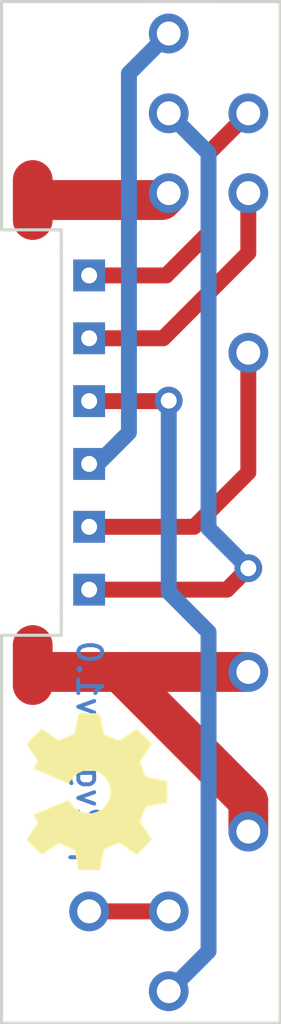
<source format=kicad_pcb>
(kicad_pcb (version 3) (host pcbnew "(22-Jun-2014 BZR 4027)-stable")

  (general
    (links 10)
    (no_connects 0)
    (area 201.146 123.901999 210.616001 156.514001)
    (thickness 1.6)
    (drawings 17)
    (tracks 39)
    (zones 0)
    (modules 4)
    (nets 10)
  )

  (page A3)
  (layers
    (15 F.Cu signal hide)
    (0 B.Cu signal)
    (16 B.Adhes user hide)
    (17 F.Adhes user hide)
    (18 B.Paste user hide)
    (19 F.Paste user hide)
    (20 B.SilkS user)
    (21 F.SilkS user)
    (22 B.Mask user)
    (23 F.Mask user)
    (24 Dwgs.User user)
    (25 Cmts.User user)
    (26 Eco1.User user)
    (27 Eco2.User user)
    (28 Edge.Cuts user)
  )

  (setup
    (last_trace_width 0.508)
    (user_trace_width 1.27)
    (trace_clearance 0.254)
    (zone_clearance 0.508)
    (zone_45_only no)
    (trace_min 0.254)
    (segment_width 0.2)
    (edge_width 0.1)
    (via_size 0.889)
    (via_drill 0.508)
    (via_min_size 0.889)
    (via_min_drill 0.508)
    (uvia_size 0.508)
    (uvia_drill 0.127)
    (uvias_allowed no)
    (uvia_min_size 0.508)
    (uvia_min_drill 0.127)
    (pcb_text_width 0.3)
    (pcb_text_size 1.5 1.5)
    (mod_edge_width 0.15)
    (mod_text_size 1 1)
    (mod_text_width 0.15)
    (pad_size 1.45796 1.4986)
    (pad_drill 0)
    (pad_to_mask_clearance 0)
    (aux_axis_origin 0 0)
    (visible_elements 7FFFEBF9)
    (pcbplotparams
      (layerselection 284196865)
      (usegerberextensions true)
      (excludeedgelayer true)
      (linewidth 0.150000)
      (plotframeref false)
      (viasonmask true)
      (mode 1)
      (useauxorigin false)
      (hpglpennumber 1)
      (hpglpenspeed 20)
      (hpglpendiameter 15)
      (hpglpenoverlay 2)
      (psnegative false)
      (psa4output false)
      (plotreference false)
      (plotvalue false)
      (plotothertext false)
      (plotinvisibletext false)
      (padsonsilk false)
      (subtractmaskfromsilk false)
      (outputformat 1)
      (mirror false)
      (drillshape 0)
      (scaleselection 1)
      (outputdirectory ""))
  )

  (net 0 "")
  (net 1 N-000001)
  (net 2 N-000002)
  (net 3 N-000003)
  (net 4 N-000004)
  (net 5 N-000005)
  (net 6 N-000006)
  (net 7 N-000007)
  (net 8 N-000008)
  (net 9 N-000009)

  (net_class Default "This is the default net class."
    (clearance 0.254)
    (trace_width 0.508)
    (via_dia 0.889)
    (via_drill 0.508)
    (uvia_dia 0.508)
    (uvia_drill 0.127)
    (add_net "")
    (add_net N-000001)
    (add_net N-000002)
    (add_net N-000003)
    (add_net N-000004)
    (add_net N-000005)
    (add_net N-000006)
    (add_net N-000007)
    (add_net N-000008)
    (add_net N-000009)
  )

  (module ESP-12-F (layer F.Cu) (tedit 5729BCC5) (tstamp 57296AC0)
    (at 204.47 137.668)
    (path /576B3A1E)
    (fp_text reference "" (at -1.27 3.81 90) (layer F.SilkS)
      (effects (font (size 1 1) (thickness 0.15)))
    )
    (fp_text value "" (at -1.27 -1.27 90) (layer F.SilkS)
      (effects (font (size 1 1) (thickness 0.15)))
    )
    (pad 12 thru_hole rect (at 0 1) (size 1.016 1.016) (drill 0.508)
      (layers *.Cu *.Mask)
      (net 6 N-000006)
    )
    (pad 11 thru_hole rect (at 0 -1) (size 1.016 1.016) (drill 0.508)
      (layers *.Cu *.Mask)
      (net 2 N-000002)
    )
    (pad 13 thru_hole rect (at 0 3) (size 1.016 1.016) (drill 0.508)
      (layers *.Cu *.Mask)
      (net 7 N-000007)
    )
    (pad 10 thru_hole rect (at 0 -3) (size 1.016 1.016) (drill 0.508)
      (layers *.Cu *.Mask)
      (net 4 N-000004)
    )
    (pad 14 thru_hole rect (at 0 5) (size 1.016 1.016) (drill 0.508)
      (layers *.Cu *.Mask)
      (net 5 N-000005)
    )
    (pad 9 thru_hole rect (at 0 -5) (size 1.016 1.016) (drill 0.508)
      (layers *.Cu *.Mask)
      (net 3 N-000003)
    )
    (pad 8 smd oval (at -1.8 -7.4) (size 1.27 2.54)
      (layers F.Cu F.Paste F.Mask)
      (net 9 N-000009)
    )
    (pad 15 smd oval (at -1.8 7.4) (size 1.27 2.54)
      (layers F.Cu F.Paste F.Mask)
      (net 8 N-000008)
    )
  )

  (module TP (layer F.Cu) (tedit 5729BCEC) (tstamp 57297154)
    (at 204.47 152.908)
    (path /576B39A7)
    (fp_text reference "" (at 0 -2.54) (layer F.SilkS)
      (effects (font (size 1 1) (thickness 0.15)))
    )
    (fp_text value "" (at 0 2.54) (layer F.SilkS)
      (effects (font (size 1 1) (thickness 0.15)))
    )
    (pad 1 thru_hole circle (at 0 0) (size 1.27 1.27) (drill 0.762)
      (layers *.Cu *.Mask)
      (net 1 N-000001)
    )
  )

  (module pi-gpio (layer F.Cu) (tedit 5729BCD8) (tstamp 5729662F)
    (at 207.01 130.048)
    (path /576B392F)
    (fp_text reference "" (at 0 16.51 90) (layer F.SilkS)
      (effects (font (size 1 1) (thickness 0.15)))
    )
    (fp_text value "" (at 0 11.43 90) (layer F.SilkS)
      (effects (font (size 1 1) (thickness 0.15)))
    )
    (pad 18 thru_hole circle (at 2.54 0) (size 1.27 1.27) (drill 0.762)
      (layers *.Cu *.Mask)
      (net 4 N-000004)
    )
    (pad 16 thru_hole circle (at 2.54 -2.54) (size 1.27 1.27) (drill 0.762)
      (layers *.Cu *.Mask)
      (net 3 N-000003)
    )
    (pad 15 thru_hole circle (at 0 -2.54) (size 1.27 1.27) (drill 0.762)
      (layers *.Cu *.Mask)
      (net 5 N-000005)
    )
    (pad 17 thru_hole circle (at 0 0) (size 1.27 1.27) (drill 0.762)
      (layers *.Cu *.Mask)
      (net 9 N-000009)
    )
    (pad 13 thru_hole circle (at 0 -5.08) (size 1.27 1.27) (drill 0.762)
      (layers *.Cu *.Mask)
      (net 6 N-000006)
    )
    (pad 22 thru_hole circle (at 2.54 5.08) (size 1.27 1.27) (drill 0.762)
      (layers *.Cu *.Mask)
      (net 7 N-000007)
    )
    (pad 37 thru_hole circle (at 0 25.4) (size 1.27 1.27) (drill 0.762)
      (layers *.Cu *.Mask)
      (net 2 N-000002)
    )
    (pad 34 thru_hole circle (at 2.54 20.32) (size 1.27 1.27) (drill 0.762)
      (layers *.Cu *.Mask)
      (net 8 N-000008)
    )
    (pad 30 thru_hole circle (at 2.54 15.24) (size 1.27 1.27) (drill 0.762)
      (layers *.Cu *.Mask)
      (net 8 N-000008)
    )
    (pad 35 thru_hole circle (at 0 22.86) (size 1.27 1.27) (drill 0.762)
      (layers *.Cu *.Mask)
      (net 1 N-000001)
    )
  )

  (module OSH-5mm_silkscreen-front_5mm (layer F.Cu) (tedit 5729BD0B) (tstamp 572AEF77)
    (at 204.724 149.098 270)
    (fp_text reference "" (at 0 2.65176 270) (layer F.SilkS) hide
      (effects (font (size 0.22606 0.22606) (thickness 0.04318)))
    )
    (fp_text value "" (at 0 -2.65176 270) (layer F.SilkS) hide
      (effects (font (size 0.22606 0.22606) (thickness 0.04318)))
    )
    (fp_poly (pts (xy -1.51384 2.24536) (xy -1.48844 2.23012) (xy -1.43002 2.19456) (xy -1.3462 2.13868)
      (xy -1.24714 2.07264) (xy -1.14808 2.0066) (xy -1.0668 1.95326) (xy -1.01092 1.91516)
      (xy -0.98552 1.90246) (xy -0.97282 1.90754) (xy -0.9271 1.9304) (xy -0.85852 1.96596)
      (xy -0.81788 1.98628) (xy -0.75692 2.01168) (xy -0.7239 2.0193) (xy -0.71882 2.00914)
      (xy -0.69596 1.96088) (xy -0.6604 1.8796) (xy -0.61468 1.77038) (xy -0.5588 1.64338)
      (xy -0.50292 1.50876) (xy -0.4445 1.36906) (xy -0.38862 1.23444) (xy -0.34036 1.11506)
      (xy -0.29972 1.01854) (xy -0.27432 0.94996) (xy -0.26416 0.92202) (xy -0.2667 0.9144)
      (xy -0.29972 0.88392) (xy -0.35306 0.84328) (xy -0.47244 0.74676) (xy -0.58928 0.60198)
      (xy -0.6604 0.43688) (xy -0.68326 0.25146) (xy -0.66294 0.08128) (xy -0.5969 -0.08128)
      (xy -0.4826 -0.2286) (xy -0.3429 -0.33782) (xy -0.18034 -0.4064) (xy 0 -0.42926)
      (xy 0.17272 -0.40894) (xy 0.34036 -0.3429) (xy 0.48768 -0.23114) (xy 0.55118 -0.16002)
      (xy 0.63754 -0.01016) (xy 0.6858 0.14732) (xy 0.69088 0.18796) (xy 0.68326 0.36322)
      (xy 0.63246 0.5334) (xy 0.53848 0.68326) (xy 0.40894 0.80772) (xy 0.3937 0.81788)
      (xy 0.33528 0.8636) (xy 0.29464 0.89408) (xy 0.26416 0.91948) (xy 0.48768 1.45796)
      (xy 0.52324 1.54178) (xy 0.5842 1.6891) (xy 0.63754 1.8161) (xy 0.68072 1.9177)
      (xy 0.7112 1.98374) (xy 0.7239 2.01168) (xy 0.7239 2.01422) (xy 0.74422 2.01676)
      (xy 0.78486 2.00152) (xy 0.86106 1.96596) (xy 0.90932 1.94056) (xy 0.96774 1.91262)
      (xy 0.99314 1.90246) (xy 1.016 1.91516) (xy 1.06934 1.95072) (xy 1.15062 2.00406)
      (xy 1.24714 2.06756) (xy 1.33858 2.13106) (xy 1.4224 2.18694) (xy 1.48336 2.22504)
      (xy 1.51384 2.24282) (xy 1.51892 2.24282) (xy 1.54432 2.22758) (xy 1.59258 2.18694)
      (xy 1.66624 2.11836) (xy 1.77038 2.01422) (xy 1.78562 1.99898) (xy 1.87198 1.91262)
      (xy 1.94056 1.83896) (xy 1.98628 1.78816) (xy 2.00406 1.7653) (xy 2.00406 1.7653)
      (xy 1.98882 1.73482) (xy 1.95072 1.67386) (xy 1.89484 1.5875) (xy 1.82626 1.48844)
      (xy 1.64846 1.22936) (xy 1.74498 0.98552) (xy 1.77546 0.90932) (xy 1.81356 0.82042)
      (xy 1.8415 0.75438) (xy 1.85674 0.72644) (xy 1.88214 0.71628) (xy 1.95072 0.70104)
      (xy 2.04724 0.68072) (xy 2.16154 0.6604) (xy 2.2733 0.64008) (xy 2.37236 0.61976)
      (xy 2.44348 0.60706) (xy 2.4765 0.59944) (xy 2.48412 0.59436) (xy 2.49174 0.57912)
      (xy 2.49428 0.5461) (xy 2.49682 0.48514) (xy 2.49936 0.39116) (xy 2.49936 0.25146)
      (xy 2.49936 0.23622) (xy 2.49682 0.10668) (xy 2.49428 0) (xy 2.49174 -0.06604)
      (xy 2.48666 -0.09398) (xy 2.48666 -0.09398) (xy 2.45618 -0.1016) (xy 2.38506 -0.11684)
      (xy 2.286 -0.13462) (xy 2.16662 -0.15748) (xy 2.159 -0.16002) (xy 2.04216 -0.18288)
      (xy 1.9431 -0.2032) (xy 1.87198 -0.21844) (xy 1.84404 -0.2286) (xy 1.83642 -0.23622)
      (xy 1.81356 -0.28194) (xy 1.78054 -0.3556) (xy 1.7399 -0.4445) (xy 1.7018 -0.53848)
      (xy 1.66878 -0.6223) (xy 1.64592 -0.68326) (xy 1.6383 -0.7112) (xy 1.64084 -0.71374)
      (xy 1.65862 -0.74168) (xy 1.69926 -0.80264) (xy 1.75514 -0.88646) (xy 1.82372 -0.98806)
      (xy 1.8288 -0.99568) (xy 1.89738 -1.09474) (xy 1.95326 -1.1811) (xy 1.98882 -1.23952)
      (xy 2.00406 -1.26746) (xy 2.00406 -1.27) (xy 1.9812 -1.30048) (xy 1.9304 -1.35636)
      (xy 1.85674 -1.43256) (xy 1.77038 -1.52146) (xy 1.74244 -1.54686) (xy 1.64338 -1.64338)
      (xy 1.57734 -1.70434) (xy 1.53416 -1.73736) (xy 1.51384 -1.74498) (xy 1.51384 -1.74498)
      (xy 1.48336 -1.7272) (xy 1.41986 -1.68656) (xy 1.33604 -1.62814) (xy 1.23444 -1.55956)
      (xy 1.22682 -1.55448) (xy 1.12776 -1.4859) (xy 1.04394 -1.43002) (xy 0.98552 -1.38938)
      (xy 0.95758 -1.37414) (xy 0.95504 -1.37414) (xy 0.9144 -1.38684) (xy 0.84328 -1.41224)
      (xy 0.75438 -1.44526) (xy 0.66294 -1.48336) (xy 0.57912 -1.51892) (xy 0.51562 -1.54686)
      (xy 0.48514 -1.56464) (xy 0.48514 -1.56464) (xy 0.47498 -1.6002) (xy 0.4572 -1.6764)
      (xy 0.43688 -1.778) (xy 0.41148 -1.89992) (xy 0.40894 -1.92024) (xy 0.38608 -2.03962)
      (xy 0.3683 -2.13868) (xy 0.35306 -2.20726) (xy 0.34544 -2.2352) (xy 0.3302 -2.23774)
      (xy 0.27178 -2.24282) (xy 0.18288 -2.24536) (xy 0.07366 -2.24536) (xy -0.0381 -2.24536)
      (xy -0.14732 -2.24282) (xy -0.2413 -2.24028) (xy -0.30988 -2.2352) (xy -0.33782 -2.23012)
      (xy -0.33782 -2.22758) (xy -0.34798 -2.18948) (xy -0.36576 -2.11582) (xy -0.38608 -2.01168)
      (xy -0.40894 -1.88976) (xy -0.41402 -1.8669) (xy -0.43688 -1.75006) (xy -0.4572 -1.651)
      (xy -0.4699 -1.58496) (xy -0.47752 -1.55702) (xy -0.49022 -1.55194) (xy -0.53848 -1.53162)
      (xy -0.61722 -1.4986) (xy -0.71628 -1.45796) (xy -0.94488 -1.36652) (xy -1.22682 -1.55702)
      (xy -1.25222 -1.5748) (xy -1.35382 -1.64338) (xy -1.4351 -1.69926) (xy -1.49352 -1.73736)
      (xy -1.51638 -1.75006) (xy -1.51892 -1.75006) (xy -1.54686 -1.72466) (xy -1.60274 -1.67132)
      (xy -1.67894 -1.59766) (xy -1.76784 -1.5113) (xy -1.83134 -1.44526) (xy -1.91008 -1.36652)
      (xy -1.95834 -1.31318) (xy -1.98628 -1.28016) (xy -1.9939 -1.25984) (xy -1.99136 -1.2446)
      (xy -1.97358 -1.21666) (xy -1.93294 -1.1557) (xy -1.87452 -1.06934) (xy -1.80594 -0.97028)
      (xy -1.75006 -0.88646) (xy -1.6891 -0.79248) (xy -1.651 -0.72644) (xy -1.63576 -0.69342)
      (xy -1.64084 -0.68072) (xy -1.65862 -0.62484) (xy -1.69418 -0.54102) (xy -1.73482 -0.44196)
      (xy -1.83388 -0.22098) (xy -1.97866 -0.19304) (xy -2.06756 -0.17526) (xy -2.18948 -0.1524)
      (xy -2.30886 -0.12954) (xy -2.49174 -0.09398) (xy -2.49936 0.58166) (xy -2.47142 0.59436)
      (xy -2.44348 0.60198) (xy -2.3749 0.61722) (xy -2.27838 0.63754) (xy -2.16154 0.65786)
      (xy -2.06502 0.67564) (xy -1.96596 0.69596) (xy -1.89484 0.70866) (xy -1.86436 0.71628)
      (xy -1.8542 0.72644) (xy -1.83134 0.7747) (xy -1.79578 0.8509) (xy -1.75514 0.94234)
      (xy -1.71704 1.03632) (xy -1.68148 1.12522) (xy -1.65862 1.19126) (xy -1.64846 1.22428)
      (xy -1.66116 1.25222) (xy -1.69926 1.31064) (xy -1.7526 1.39192) (xy -1.82118 1.49098)
      (xy -1.88722 1.5875) (xy -1.94564 1.67132) (xy -1.98374 1.73228) (xy -2.00152 1.76022)
      (xy -1.99136 1.778) (xy -1.95326 1.82626) (xy -1.8796 1.90246) (xy -1.76784 2.01168)
      (xy -1.75006 2.02946) (xy -1.6637 2.11328) (xy -1.59004 2.18186) (xy -1.5367 2.22758)
      (xy -1.51384 2.24536)) (layer F.SilkS) (width 0.00254))
  )

  (gr_text pi2vga-v1.0 (at 204.47 147.828 270) (layer B.Cu)
    (effects (font (size 0.762 0.762) (thickness 0.127)) (justify mirror))
  )
  (gr_line (start 201.676 144.1196) (end 201.676 145.0848) (angle 90) (layer Edge.Cuts) (width 0.1) (tstamp 572978BC))
  (gr_line (start 201.676 131.2164) (end 201.676 123.952) (angle 90) (layer Edge.Cuts) (width 0.1) (tstamp 572978B9))
  (gr_line (start 203.581 144.1196) (end 203.581 143.256) (angle 90) (layer Edge.Cuts) (width 0.1) (tstamp 572978C0))
  (gr_line (start 201.676 144.1196) (end 203.581 144.1196) (angle 90) (layer Edge.Cuts) (width 0.1))
  (gr_line (start 203.581 131.2164) (end 203.581 132.08) (angle 90) (layer Edge.Cuts) (width 0.1))
  (gr_line (start 201.676 131.2164) (end 203.581 131.2164) (angle 90) (layer Edge.Cuts) (width 0.1))
  (gr_line (start 203.581 131.826) (end 203.581 143.383) (angle 90) (layer Edge.Cuts) (width 0.1))
  (gr_line (start 206.248 123.952) (end 208.407 123.952) (angle 90) (layer Edge.Cuts) (width 0.1))
  (gr_line (start 201.676 123.952) (end 206.248 123.952) (angle 90) (layer Edge.Cuts) (width 0.1))
  (gr_line (start 201.676 156.464) (end 202.311 156.464) (angle 90) (layer Edge.Cuts) (width 0.1))
  (gr_line (start 201.676 145.034) (end 201.676 156.464) (angle 90) (layer Edge.Cuts) (width 0.1))
  (gr_line (start 210.566 156.464) (end 202.311 156.464) (angle 90) (layer Edge.Cuts) (width 0.1))
  (gr_line (start 210.566 128.143) (end 210.566 156.464) (angle 90) (layer Edge.Cuts) (width 0.1))
  (gr_line (start 210.566 123.952) (end 210.566 128.143) (angle 90) (layer Edge.Cuts) (width 0.1))
  (gr_line (start 208.153 123.952) (end 210.566 123.952) (angle 90) (layer Edge.Cuts) (width 0.1))
  (gr_line (start 206.248 123.952) (end 208.026 123.952) (angle 90) (layer Edge.Cuts) (width 0.1))

  (segment (start 204.47 152.908) (end 207.01 152.908) (width 0.508) (layer F.Cu) (net 1))
  (segment (start 207.01 155.448) (end 208.28 154.178) (width 0.508) (layer B.Cu) (net 2))
  (segment (start 207.01 140.208) (end 207.01 141.478) (width 0.508) (layer B.Cu) (net 2) (tstamp 57296CDC))
  (segment (start 207.01 136.652) (end 207.01 140.208) (width 0.508) (layer B.Cu) (net 2) (tstamp 57296CDB))
  (via (at 207.01 136.652) (size 0.889) (layers F.Cu B.Cu) (net 2))
  (segment (start 206.994 136.668) (end 207.01 136.652) (width 0.508) (layer F.Cu) (net 2) (tstamp 57296CD0))
  (segment (start 206.994 136.668) (end 204.47 136.668) (width 0.508) (layer F.Cu) (net 2))
  (segment (start 207.01 142.748) (end 207.01 141.478) (width 0.508) (layer B.Cu) (net 2) (tstamp 57296DD6))
  (segment (start 208.28 144.018) (end 207.01 142.748) (width 0.508) (layer B.Cu) (net 2) (tstamp 57296DD3))
  (segment (start 208.28 154.178) (end 208.28 144.018) (width 0.508) (layer B.Cu) (net 2) (tstamp 57296DD2))
  (segment (start 209.55 127.508) (end 208.28 128.778) (width 0.508) (layer F.Cu) (net 3))
  (segment (start 206.93 132.668) (end 204.47 132.668) (width 0.508) (layer F.Cu) (net 3) (tstamp 57296C34))
  (segment (start 208.28 131.318) (end 206.93 132.668) (width 0.508) (layer F.Cu) (net 3) (tstamp 57296C2F))
  (segment (start 208.28 130.683) (end 208.28 131.318) (width 0.508) (layer F.Cu) (net 3) (tstamp 57296C2D))
  (segment (start 208.28 128.778) (end 208.28 130.683) (width 0.508) (layer F.Cu) (net 3) (tstamp 57296C2C))
  (segment (start 209.55 130.048) (end 209.55 131.953) (width 0.508) (layer F.Cu) (net 4))
  (segment (start 206.835 134.668) (end 204.47 134.668) (width 0.508) (layer F.Cu) (net 4) (tstamp 57296C67))
  (segment (start 209.55 131.953) (end 206.835 134.668) (width 0.508) (layer F.Cu) (net 4) (tstamp 57296C63))
  (segment (start 208.28 140.462) (end 208.28 128.778) (width 0.508) (layer B.Cu) (net 5))
  (segment (start 208.868 142.668) (end 209.55 141.986) (width 0.508) (layer F.Cu) (net 5) (tstamp 57296D43))
  (via (at 209.55 141.986) (size 0.889) (layers F.Cu B.Cu) (net 5))
  (segment (start 209.55 141.986) (end 208.28 140.716) (width 0.508) (layer B.Cu) (net 5) (tstamp 57296D52))
  (segment (start 208.28 140.716) (end 208.28 140.462) (width 0.508) (layer B.Cu) (net 5) (tstamp 57296D53))
  (segment (start 204.47 142.668) (end 208.868 142.668) (width 0.508) (layer F.Cu) (net 5))
  (segment (start 208.28 128.778) (end 207.01 127.508) (width 0.508) (layer B.Cu) (net 5) (tstamp 57296DB5))
  (segment (start 207.01 124.968) (end 205.74 126.238) (width 0.508) (layer B.Cu) (net 6))
  (segment (start 204.74 138.668) (end 204.47 138.668) (width 0.508) (layer B.Cu) (net 6) (tstamp 57296E15))
  (segment (start 205.74 137.668) (end 204.74 138.668) (width 0.508) (layer B.Cu) (net 6) (tstamp 57296E14))
  (segment (start 205.74 126.238) (end 205.74 137.668) (width 0.508) (layer B.Cu) (net 6) (tstamp 57296E12))
  (segment (start 204.47 140.668) (end 207.82 140.668) (width 0.508) (layer F.Cu) (net 7))
  (segment (start 209.55 138.938) (end 209.55 135.128) (width 0.508) (layer F.Cu) (net 7) (tstamp 57296DED))
  (segment (start 207.82 140.668) (end 209.55 138.938) (width 0.508) (layer F.Cu) (net 7) (tstamp 57296DEA))
  (segment (start 209.55 150.368) (end 209.55 149.4028) (width 1.27) (layer F.Cu) (net 8))
  (segment (start 209.55 149.4028) (end 205.4352 145.288) (width 1.27) (layer F.Cu) (net 8) (tstamp 57297966))
  (segment (start 209.55 145.288) (end 205.4352 145.288) (width 1.27) (layer F.Cu) (net 8))
  (segment (start 205.4352 145.288) (end 202.89 145.288) (width 1.27) (layer F.Cu) (net 8) (tstamp 57297969))
  (segment (start 202.89 145.288) (end 202.67 145.068) (width 1.27) (layer F.Cu) (net 8) (tstamp 57297958))
  (segment (start 202.67 130.268) (end 206.79 130.268) (width 1.27) (layer F.Cu) (net 9))
  (segment (start 206.79 130.268) (end 207.01 130.048) (width 1.27) (layer F.Cu) (net 9) (tstamp 57296F66))

)

</source>
